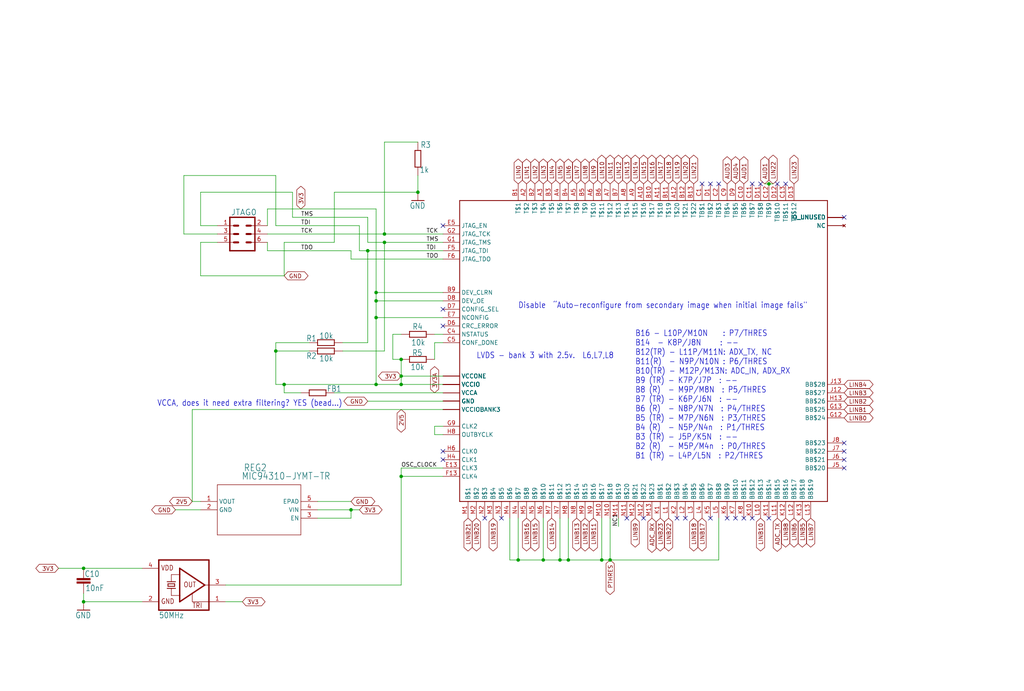
<source format=kicad_sch>
(kicad_sch (version 20231120) (generator "eeschema") (generator_version "8.0")
  (paper "User" 311.226 210.007)
  (lib_symbols
    (symbol "pokeymax4-eagle-import:ASE"
      (symbol "ASE_1_0"
        (polyline (pts (xy -7.62 7.62) (xy -7.62 -7.62)) (stroke (width 0.4064)))
        (polyline (pts (xy -7.62 7.62) (xy 7.62 7.62)) (stroke (width 0.4064)))
        (polyline (pts (xy -5.08 -1.016) (xy -3.81 -1.016)) (stroke (width 0.254)))
        (polyline (pts (xy -5.08 1.016) (xy -2.54 1.016)) (stroke (width 0.254)))
        (polyline (pts (xy -4.826 -0.381) (xy -4.826 0.381)) (stroke (width 0.254)))
        (polyline (pts (xy -4.826 -0.381) (xy -2.794 -0.381)) (stroke (width 0.254)))
        (polyline (pts (xy -4.826 0.381) (xy -2.794 0.381)) (stroke (width 0.254)))
        (polyline (pts (xy -3.81 -3.175) (xy -3.81 -1.016)) (stroke (width 0.1524)))
        (polyline (pts (xy -3.81 -3.175) (xy -1.27 -3.175)) (stroke (width 0.1524)))
        (polyline (pts (xy -3.81 -1.016) (xy -2.54 -1.016)) (stroke (width 0.254)))
        (polyline (pts (xy -3.81 1.016) (xy -3.81 3.175)) (stroke (width 0.1524)))
        (polyline (pts (xy -3.81 3.175) (xy -1.27 3.175)) (stroke (width 0.1524)))
        (polyline (pts (xy -2.794 0.381) (xy -2.794 -0.381)) (stroke (width 0.254)))
        (polyline (pts (xy -1.27 -5.08) (xy -1.27 -3.175)) (stroke (width 0.4064)))
        (polyline (pts (xy -1.27 -3.175) (xy -1.27 3.175)) (stroke (width 0.4064)))
        (polyline (pts (xy -1.27 3.175) (xy -1.27 5.08)) (stroke (width 0.4064)))
        (polyline (pts (xy -1.27 5.08) (xy 6.35 0)) (stroke (width 0.4064)))
        (polyline (pts (xy 2.54 -5.08) (xy 2.54 -2.54)) (stroke (width 0.1524)))
        (polyline (pts (xy 2.54 -2.54) (xy -1.27 -5.08)) (stroke (width 0.4064)))
        (polyline (pts (xy 6.35 0) (xy 2.54 -2.54)) (stroke (width 0.4064)))
        (polyline (pts (xy 6.35 0) (xy 7.62 0)) (stroke (width 0.1524)))
        (polyline (pts (xy 7.62 -7.62) (xy -7.62 -7.62)) (stroke (width 0.4064)))
        (polyline (pts (xy 7.62 -7.62) (xy 7.62 -5.08)) (stroke (width 0.4064)))
        (polyline (pts (xy 7.62 -5.08) (xy 2.54 -5.08)) (stroke (width 0.1524)))
        (polyline (pts (xy 7.62 -5.08) (xy 7.62 0)) (stroke (width 0.4064)))
        (polyline (pts (xy 7.62 0) (xy 7.62 7.62)) (stroke (width 0.4064)))
        (text "GND" (at -6.985 -5.842 0) (effects (font (size 1.524 1.2954)) (justify left bottom)))
        (text "OUT" (at -0.127 -0.762 0) (effects (font (size 1.524 1.2954)) (justify left bottom)))
        (text "TRI" (at 2.54 -7.112 0) (effects (font (size 1.524 1.2954)) (justify left bottom)))
        (text "VDD" (at -6.985 4.318 0) (effects (font (size 1.524 1.2954)) (justify left bottom)))
        (pin input line (at 12.7 -5.08 180) (length 5.08) (name "TRI") (number "1"))
        (pin power_in line (at -12.7 -5.08 0) (length 5.08) (name "GND") (number "2"))
        (pin output line (at 12.7 0 180) (length 5.08) (name "OUT") (number "3"))
        (pin power_in line (at -12.7 5.08 0) (length 5.08) (name "VDD") (number "4"))
      )
    )
    (symbol "pokeymax4-eagle-import:C-EUC0402"
      (property "Reference" "C" (at 1.524 0.381 0))
      (symbol "C-EUC0402_1_0"
        (rectangle (start -2.032 -2.032) (end 2.032 -1.524) (fill (type outline)))
        (rectangle (start -2.032 -1.016) (end 2.032 -0.508) (fill (type outline)))
        (polyline (pts (xy 0 -2.54) (xy 0 -2.032)) (stroke (width 0.1524)))
        (polyline (pts (xy 0 0) (xy 0 -0.508)) (stroke (width 0.1524)))
        (pin passive line (at 0 2.54 270) (length 2.54) (name "1") (number "1"))
        (pin passive line (at 0 -5.08 90) (length 2.54) (name "2") (number "2"))
      )
    )
    (symbol "pokeymax4-eagle-import:CONN_03X2LOCK"
      (property "Reference" "J" (at -3.556 5.588 0))
      (symbol "CONN_03X2LOCK_1_0"
        (polyline (pts (xy -3.81 5.08) (xy -3.81 -5.08)) (stroke (width 0.4064)))
        (polyline (pts (xy -3.81 5.08) (xy 3.81 5.08)) (stroke (width 0.4064)))
        (polyline (pts (xy -1.27 -2.54) (xy -2.54 -2.54)) (stroke (width 0.6096)))
        (polyline (pts (xy -1.27 0) (xy -2.54 0)) (stroke (width 0.6096)))
        (polyline (pts (xy -1.27 2.54) (xy -2.54 2.54)) (stroke (width 0.6096)))
        (polyline (pts (xy 1.27 -2.54) (xy 2.54 -2.54)) (stroke (width 0.6096)))
        (polyline (pts (xy 1.27 0) (xy 2.54 0)) (stroke (width 0.6096)))
        (polyline (pts (xy 1.27 2.54) (xy 2.54 2.54)) (stroke (width 0.6096)))
        (polyline (pts (xy 3.81 -5.08) (xy -3.81 -5.08)) (stroke (width 0.4064)))
        (polyline (pts (xy 3.81 -5.08) (xy 3.81 5.08)) (stroke (width 0.4064)))
        (pin bidirectional line (at -7.62 2.54 0) (length 5.08) (name "1") (number "1"))
        (pin bidirectional line (at 7.62 2.54 180) (length 5.08) (name "2") (number "2"))
        (pin bidirectional line (at -7.62 0 0) (length 5.08) (name "3") (number "3"))
        (pin bidirectional line (at 7.62 0 180) (length 5.08) (name "4") (number "4"))
        (pin bidirectional line (at -7.62 -2.54 0) (length 5.08) (name "5") (number "5"))
        (pin bidirectional line (at 7.62 -2.54 180) (length 5.08) (name "6") (number "6"))
      )
    )
    (symbol "pokeymax4-eagle-import:GND" (power)
      (symbol "GND_1_0"
        (polyline (pts (xy -1.905 0) (xy 1.905 0)) (stroke (width 0.254)))
        (pin power_in line (at 0 2.54 270) (length 2.54) (name "GND") (number "1"))
      )
    )
    (symbol "pokeymax4-eagle-import:MAX10"
      (symbol "MAX10_1_0"
        (polyline (pts (xy -68.58 -53.34) (xy -68.58 38.1)) (stroke (width 0.254)))
        (polyline (pts (xy -68.58 38.1) (xy 43.18 38.1)) (stroke (width 0.254)))
        (polyline (pts (xy 43.18 -53.34) (xy -68.58 -53.34)) (stroke (width 0.254)))
        (polyline (pts (xy 43.18 38.1) (xy 43.18 -53.34)) (stroke (width 0.254)))
        (pin power_in line (at -73.66 -22.86 0) (length 5.08) (name "GND") (number "A1"))
        (pin bidirectional line (at -12.7 43.18 270) (length 5.08) (name "T$16") (number "A10"))
        (pin bidirectional line (at -7.62 43.18 270) (length 5.08) (name "T$18") (number "A11"))
        (pin bidirectional line (at -2.54 43.18 270) (length 5.08) (name "T$20") (number "A12"))
        (pin power_in line (at -73.66 -22.86 0) (length 5.08) (name "GND") (number "A13"))
        (pin bidirectional line (at -48.26 43.18 270) (length 5.08) (name "T$2") (number "A2"))
        (pin bidirectional line (at -43.18 43.18 270) (length 5.08) (name "T$4") (number "A3"))
        (pin bidirectional line (at -38.1 43.18 270) (length 5.08) (name "T$6") (number "A4"))
        (pin bidirectional line (at -33.02 43.18 270) (length 5.08) (name "T$8") (number "A5"))
        (pin bidirectional line (at -27.94 43.18 270) (length 5.08) (name "T$10") (number "A6"))
        (pin bidirectional line (at -22.86 43.18 270) (length 5.08) (name "T$12") (number "A7"))
        (pin bidirectional line (at -17.78 43.18 270) (length 5.08) (name "T$14") (number "A8"))
        (pin bidirectional line (at -15.24 43.18 270) (length 5.08) (name "T$15") (number "A9"))
        (pin bidirectional line (at -50.8 43.18 270) (length 5.08) (name "T$1") (number "B1"))
        (pin bidirectional line (at -10.16 43.18 270) (length 5.08) (name "T$17") (number "B10"))
        (pin bidirectional line (at -5.08 43.18 270) (length 5.08) (name "T$19") (number "B11"))
        (pin bidirectional line (at 0 43.18 270) (length 5.08) (name "T$21") (number "B12"))
        (pin bidirectional line (at 2.54 43.18 270) (length 5.08) (name "T$22") (number "B13"))
        (pin bidirectional line (at -45.72 43.18 270) (length 5.08) (name "T$3") (number "B2"))
        (pin bidirectional line (at -40.64 43.18 270) (length 5.08) (name "T$5") (number "B3"))
        (pin bidirectional line (at -35.56 43.18 270) (length 5.08) (name "T$7") (number "B4"))
        (pin bidirectional line (at -30.48 43.18 270) (length 5.08) (name "T$9") (number "B5"))
        (pin bidirectional line (at -25.4 43.18 270) (length 5.08) (name "T$11") (number "B6"))
        (pin bidirectional line (at -20.32 43.18 270) (length 5.08) (name "T$13") (number "B7"))
        (pin power_in line (at -73.66 -22.86 0) (length 5.08) (name "GND") (number "B8"))
        (pin bidirectional line (at -73.66 10.16 0) (length 5.08) (name "DEV_CLRN") (number "B9"))
        (pin bidirectional line (at 5.08 43.18 270) (length 5.08) (name "TB$1") (number "C1"))
        (pin bidirectional line (at 17.78 43.18 270) (length 5.08) (name "TB$6") (number "C10"))
        (pin bidirectional line (at 20.32 43.18 270) (length 5.08) (name "TB$7") (number "C11"))
        (pin bidirectional line (at 25.4 43.18 270) (length 5.08) (name "TB$9") (number "C12"))
        (pin bidirectional line (at 30.48 43.18 270) (length 5.08) (name "TB$11") (number "C13"))
        (pin bidirectional line (at 10.16 43.18 270) (length 5.08) (name "TB$3") (number "C2"))
        (pin power_in line (at -73.66 -22.86 0) (length 5.08) (name "GND") (number "C3"))
        (pin bidirectional line (at -73.66 -2.54 0) (length 5.08) (name "NSTATUS") (number "C4"))
        (pin bidirectional line (at -73.66 -5.08 0) (length 5.08) (name "CONF_DONE") (number "C5"))
        (pin power_in line (at -73.66 -17.78 0) (length 5.08) (name "VCCIO") (number "C6"))
        (pin power_in line (at -73.66 -17.78 0) (length 5.08) (name "VCCIO") (number "C7"))
        (pin power_in line (at -73.66 -17.78 0) (length 5.08) (name "VCCIO") (number "C8"))
        (pin bidirectional line (at 12.7 43.18 270) (length 5.08) (name "TB$4") (number "C9"))
        (pin bidirectional line (at 7.62 43.18 270) (length 5.08) (name "TB$2") (number "D1"))
        (pin power_in line (at -73.66 -20.32 0) (length 5.08) (name "VCCA") (number "D10"))
        (pin bidirectional line (at 22.86 43.18 270) (length 5.08) (name "TB$8") (number "D11"))
        (pin bidirectional line (at 27.94 43.18 270) (length 5.08) (name "TB$10") (number "D12"))
        (pin bidirectional line (at 33.02 43.18 270) (length 5.08) (name "TB$12") (number "D13"))
        (pin no_connect line (at 48.26 30.48 180) (length 5.08) (name "NC") (number "D2"))
        (pin no_connect line (at 48.26 30.48 180) (length 5.08) (name "NC") (number "D3"))
        (pin power_in line (at -73.66 -20.32 0) (length 5.08) (name "VCCA") (number "D4"))
        (pin power_in line (at -73.66 -22.86 0) (length 5.08) (name "GND") (number "D5"))
        (pin bidirectional line (at -73.66 0 0) (length 5.08) (name "CRC_ERROR") (number "D6"))
        (pin bidirectional line (at -73.66 5.08 0) (length 5.08) (name "CONFIG_SEL") (number "D7"))
        (pin bidirectional line (at -73.66 7.62 0) (length 5.08) (name "DEV_OE") (number "D8"))
        (pin bidirectional line (at 15.24 43.18 270) (length 5.08) (name "TB$5") (number "D9"))
        (pin bidirectional line (at 48.26 33.02 180) (length 5.08) (name "IO_UNUSED") (number "E1"))
        (pin bidirectional line (at 48.26 33.02 180) (length 5.08) (name "IO_UNUSED") (number "E10"))
        (pin power_in line (at -73.66 -22.86 0) (length 5.08) (name "GND") (number "E11"))
        (pin bidirectional line (at 48.26 33.02 180) (length 5.08) (name "IO_UNUSED") (number "E12"))
        (pin bidirectional line (at -73.66 -43.18 0) (length 5.08) (name "CLK3") (number "E13"))
        (pin no_connect line (at 48.26 30.48 180) (length 5.08) (name "NC") (number "E2"))
        (pin bidirectional line (at 48.26 33.02 180) (length 5.08) (name "IO_UNUSED") (number "E3"))
        (pin bidirectional line (at 48.26 33.02 180) (length 5.08) (name "IO_UNUSED") (number "E4"))
        (pin bidirectional line (at -73.66 30.48 0) (length 5.08) (name "JTAG_EN") (number "E5"))
        (pin bidirectional line (at 48.26 33.02 180) (length 5.08) (name "IO_UNUSED") (number "E6"))
        (pin bidirectional line (at -73.66 2.54 0) (length 5.08) (name "NCONFIG") (number "E7"))
        (pin bidirectional line (at 48.26 33.02 180) (length 5.08) (name "IO_UNUSED") (number "E8"))
        (pin bidirectional line (at 48.26 33.02 180) (length 5.08) (name "IO_UNUSED") (number "E9"))
        (pin bidirectional line (at 48.26 33.02 180) (length 5.08) (name "IO_UNUSED") (number "F1"))
        (pin bidirectional line (at 48.26 33.02 180) (length 5.08) (name "IO_UNUSED") (number "F10"))
        (pin power_in line (at -73.66 -17.78 0) (length 5.08) (name "VCCIO") (number "F11"))
        (pin bidirectional line (at 48.26 33.02 180) (length 5.08) (name "IO_UNUSED") (number "F12"))
        (pin bidirectional line (at -73.66 -45.72 0) (length 5.08) (name "CLK4") (number "F13"))
        (pin power_in line (at -73.66 -17.78 0) (length 5.08) (name "VCCIO") (number "F2"))
        (pin power_in line (at -73.66 -22.86 0) (length 5.08) (name "GND") (number "F3"))
        (pin bidirectional line (at 48.26 33.02 180) (length 5.08) (name "IO_UNUSED") (number "F4"))
        (pin bidirectional line (at -73.66 22.86 0) (length 5.08) (name "JTAG_TDI") (number "F5"))
        (pin bidirectional line (at -73.66 20.32 0) (length 5.08) (name "JTAG_TDO") (number "F6"))
        (pin power_in line (at -73.66 -15.24 0) (length 5.08) (name "VCCONE") (number "F7"))
        (pin bidirectional line (at 48.26 33.02 180) (length 5.08) (name "IO_UNUSED") (number "F8"))
        (pin bidirectional line (at 48.26 33.02 180) (length 5.08) (name "IO_UNUSED") (number "F9"))
        (pin bidirectional line (at -73.66 25.4 0) (length 5.08) (name "JTAG_TMS") (number "G1"))
        (pin bidirectional line (at 48.26 33.02 180) (length 5.08) (name "IO_UNUSED") (number "G10"))
        (pin power_in line (at -73.66 -17.78 0) (length 5.08) (name "VCCIO") (number "G11"))
        (pin bidirectional line (at 48.26 -27.94 180) (length 5.08) (name "BB$24") (number "G12"))
        (pin bidirectional line (at 48.26 -25.4 180) (length 5.08) (name "BB$25") (number "G13"))
        (pin bidirectional line (at -73.66 27.94 0) (length 5.08) (name "JTAG_TCK") (number "G2"))
        (pin power_in line (at -73.66 -17.78 0) (length 5.08) (name "VCCIO") (number "G3"))
        (pin bidirectional line (at 48.26 33.02 180) (length 5.08) (name "IO_UNUSED") (number "G4"))
        (pin bidirectional line (at 48.26 33.02 180) (length 5.08) (name "IO_UNUSED") (number "G5"))
        (pin power_in line (at -73.66 -15.24 0) (length 5.08) (name "VCCONE") (number "G6"))
        (pin power_in line (at -73.66 -22.86 0) (length 5.08) (name "GND") (number "G7"))
        (pin power_in line (at -73.66 -15.24 0) (length 5.08) (name "VCCONE") (number "G8"))
        (pin bidirectional line (at -73.66 -30.48 0) (length 5.08) (name "CLK2") (number "G9"))
        (pin bidirectional line (at 48.26 33.02 180) (length 5.08) (name "IO_UNUSED") (number "H1"))
        (pin bidirectional line (at 48.26 33.02 180) (length 5.08) (name "IO_UNUSED") (number "H10"))
        (pin power_in line (at -73.66 -17.78 0) (length 5.08) (name "VCCIO") (number "H11"))
        (pin power_in line (at -73.66 -22.86 0) (length 5.08) (name "GND") (number "H12"))
        (pin bidirectional line (at 48.26 -22.86 180) (length 5.08) (name "BB$26") (number "H13"))
        (pin bidirectional line (at 48.26 33.02 180) (length 5.08) (name "IO_UNUSED") (number "H2"))
        (pin bidirectional line (at 48.26 33.02 180) (length 5.08) (name "IO_UNUSED") (number "H3"))
        (pin bidirectional line (at -73.66 -40.64 0) (length 5.08) (name "CLK1") (number "H4"))
        (pin bidirectional line (at 48.26 33.02 180) (length 5.08) (name "IO_UNUSED") (number "H5"))
        (pin bidirectional line (at -73.66 -38.1 0) (length 5.08) (name "CLK0") (number "H6"))
        (pin power_in line (at -73.66 -15.24 0) (length 5.08) (name "VCCONE") (number "H7"))
        (pin bidirectional line (at -73.66 -33.02 0) (length 5.08) (name "OUTBYCLK") (number "H8"))
        (pin bidirectional line (at 48.26 33.02 180) (length 5.08) (name "IO_UNUSED") (number "H9"))
        (pin bidirectional line (at 48.26 33.02 180) (length 5.08) (name "IO_UNUSED") (number "J1"))
        (pin bidirectional line (at 48.26 33.02 180) (length 5.08) (name "IO_UNUSED") (number "J10"))
        (pin power_in line (at -73.66 -17.78 0) (length 5.08) (name "VCCIO") (number "J11"))
        (pin bidirectional line (at 48.26 -20.32 180) (length 5.08) (name "BB$27") (number "J12"))
        (pin bidirectional line (at 48.26 -17.78 180) (length 5.08) (name "BB$28") (number "J13"))
        (pin bidirectional line (at 48.26 33.02 180) (length 5.08) (name "IO_UNUSED") (number "J2"))
        (pin power_in line (at -73.66 -17.78 0) (length 5.08) (name "VCCIO") (number "J3"))
        (pin power_in line (at -73.66 -22.86 0) (length 5.08) (name "GND") (number "J4"))
        (pin bidirectional line (at 48.26 -43.18 180) (length 5.08) (name "BB$20") (number "J5"))
        (pin bidirectional line (at 48.26 -40.64 180) (length 5.08) (name "BB$21") (number "J6"))
        (pin bidirectional line (at 48.26 -38.1 180) (length 5.08) (name "BB$22") (number "J7"))
        (pin bidirectional line (at 48.26 -35.56 180) (length 5.08) (name "BB$23") (number "J8"))
        (pin bidirectional line (at 48.26 33.02 180) (length 5.08) (name "IO_UNUSED") (number "J9"))
        (pin bidirectional line (at -7.62 -58.42 90) (length 5.08) (name "BB$1") (number "K1"))
        (pin bidirectional line (at 20.32 -58.42 90) (length 5.08) (name "BB$12") (number "K10"))
        (pin bidirectional line (at 25.4 -58.42 90) (length 5.08) (name "BB$14") (number "K11"))
        (pin bidirectional line (at 30.48 -58.42 90) (length 5.08) (name "BB$16") (number "K12"))
        (pin bidirectional line (at 35.56 -58.42 90) (length 5.08) (name "BB$18") (number "K13"))
        (pin bidirectional line (at -2.54 -58.42 90) (length 5.08) (name "BB$3") (number "K2"))
        (pin power_in line (at -73.66 -17.78 0) (length 5.08) (name "VCCIO") (number "K3"))
        (pin power_in line (at -73.66 -20.32 0) (length 5.08) (name "VCCA") (number "K4"))
        (pin bidirectional line (at 7.62 -58.42 90) (length 5.08) (name "BB$7") (number "K5"))
        (pin bidirectional line (at 12.7 -58.42 90) (length 5.08) (name "BB$9") (number "K6"))
        (pin bidirectional line (at 15.24 -58.42 90) (length 5.08) (name "BB$10") (number "K7"))
        (pin bidirectional line (at 17.78 -58.42 90) (length 5.08) (name "BB$11") (number "K8"))
        (pin power_in line (at -73.66 -20.32 0) (length 5.08) (name "VCCA") (number "K9"))
        (pin bidirectional line (at -5.08 -58.42 90) (length 5.08) (name "BB$2") (number "L1"))
        (pin bidirectional line (at 22.86 -58.42 90) (length 5.08) (name "BB$13") (number "L10"))
        (pin bidirectional line (at 27.94 -58.42 90) (length 5.08) (name "BB$15") (number "L11"))
        (pin bidirectional line (at 33.02 -58.42 90) (length 5.08) (name "BB$17") (number "L12"))
        (pin bidirectional line (at 38.1 -58.42 90) (length 5.08) (name "BB$19") (number "L13"))
        (pin bidirectional line (at 0 -58.42 90) (length 5.08) (name "BB$4") (number "L2"))
        (pin bidirectional line (at 2.54 -58.42 90) (length 5.08) (name "BB$5") (number "L3"))
        (pin bidirectional line (at 5.08 -58.42 90) (length 5.08) (name "BB$6") (number "L4"))
        (pin bidirectional line (at 10.16 -58.42 90) (length 5.08) (name "BB$8") (number "L5"))
        (pin power_in line (at -73.66 -25.4 0) (length 5.08) (name "VCCIOBANK3") (number "L6"))
        (pin power_in line (at -73.66 -25.4 0) (length 5.08) (name "VCCIOBANK3") (number "L7"))
        (pin power_in line (at -73.66 -25.4 0) (length 5.08) (name "VCCIOBANK3") (number "L8"))
        (pin power_in line (at -73.66 -22.86 0) (length 5.08) (name "GND") (number "L9"))
        (pin bidirectional line (at -66.04 -58.42 90) (length 5.08) (name "B$1") (number "M1"))
        (pin bidirectional line (at -25.4 -58.42 90) (length 5.08) (name "B$17") (number "M10"))
        (pin bidirectional line (at -20.32 -58.42 90) (length 5.08) (name "B$19") (number "M11"))
        (pin bidirectional line (at -15.24 -58.42 90) (length 5.08) (name "B$21") (number "M12"))
        (pin bidirectional line (at -10.16 -58.42 90) (length 5.08) (name "B$23") (number "M13"))
        (pin bidirectional line (at -63.5 -58.42 90) (length 5.08) (name "B$2") (number "M2"))
        (pin bidirectional line (at -58.42 -58.42 90) (length 5.08) (name "B$4") (number "M3"))
        (pin bidirectional line (at -53.34 -58.42 90) (length 5.08) (name "B$6") (number "M4"))
        (pin bidirectional line (at -48.26 -58.42 90) (length 5.08) (name "B$8") (number "M5"))
        (pin power_in line (at -73.66 -22.86 0) (length 5.08) (name "GND") (number "M6"))
        (pin bidirectional line (at -40.64 -58.42 90) (length 5.08) (name "B$11") (number "M7"))
        (pin bidirectional line (at -35.56 -58.42 90) (length 5.08) (name "B$13") (number "M8"))
        (pin bidirectional line (at -30.48 -58.42 90) (length 5.08) (name "B$15") (number "M9"))
        (pin power_in line (at -73.66 -22.86 0) (length 5.08) (name "GND") (number "N1"))
        (pin bidirectional line (at -22.86 -58.42 90) (length 5.08) (name "B$18") (number "N10"))
        (pin bidirectional line (at -17.78 -58.42 90) (length 5.08) (name "B$20") (number "N11"))
        (pin bidirectional line (at -12.7 -58.42 90) (length 5.08) (name "B$22") (number "N12"))
        (pin power_in line (at -73.66 -22.86 0) (length 5.08) (name "GND") (number "N13"))
        (pin bidirectional line (at -60.96 -58.42 90) (length 5.08) (name "B$3") (number "N2"))
        (pin bidirectional line (at -55.88 -58.42 90) (length 5.08) (name "B$5") (number "N3"))
        (pin bidirectional line (at -50.8 -58.42 90) (length 5.08) (name "B$7") (number "N4"))
        (pin bidirectional line (at -45.72 -58.42 90) (length 5.08) (name "B$9") (number "N5"))
        (pin bidirectional line (at -43.18 -58.42 90) (length 5.08) (name "B$10") (number "N6"))
        (pin bidirectional line (at -38.1 -58.42 90) (length 5.08) (name "B$12") (number "N7"))
        (pin bidirectional line (at -33.02 -58.42 90) (length 5.08) (name "B$14") (number "N8"))
        (pin bidirectional line (at -27.94 -58.42 90) (length 5.08) (name "B$16") (number "N9"))
      )
    )
    (symbol "pokeymax4-eagle-import:MIC94310-JYMT-TR"
      (property "Reference" "U" (at 15.5956 9.1186 0))
      (symbol "MIC94310-JYMT-TR_1_0"
        (polyline (pts (xy 7.62 -10.16) (xy 33.02 -10.16)) (stroke (width 0.1524)))
        (polyline (pts (xy 7.62 5.08) (xy 7.62 -10.16)) (stroke (width 0.1524)))
        (polyline (pts (xy 33.02 -10.16) (xy 33.02 5.08)) (stroke (width 0.1524)))
        (polyline (pts (xy 33.02 5.08) (xy 7.62 5.08)) (stroke (width 0.1524)))
        (pin output line (at 2.54 0 0) (length 5.08) (name "VOUT") (number "1"))
        (pin power_in line (at 2.54 -2.54 0) (length 5.08) (name "GND") (number "2"))
        (pin input line (at 38.1 -5.08 180) (length 5.08) (name "EN") (number "3"))
        (pin input line (at 38.1 -2.54 180) (length 5.08) (name "VIN") (number "4"))
        (pin passive line (at 38.1 0 180) (length 5.08) (name "EPAD") (number "5"))
      )
    )
    (symbol "pokeymax4-eagle-import:R-EU_R0402"
      (property "Reference" "R" (at -3.81 1.4986 0))
      (symbol "R-EU_R0402_1_0"
        (polyline (pts (xy -2.54 -0.889) (xy -2.54 0.889)) (stroke (width 0.254)))
        (polyline (pts (xy -2.54 -0.889) (xy 2.54 -0.889)) (stroke (width 0.254)))
        (polyline (pts (xy 2.54 -0.889) (xy 2.54 0.889)) (stroke (width 0.254)))
        (polyline (pts (xy 2.54 0.889) (xy -2.54 0.889)) (stroke (width 0.254)))
        (pin passive line (at -5.08 0 0) (length 2.54) (name "1") (number "1"))
        (pin passive line (at 5.08 0 180) (length 2.54) (name "2") (number "2"))
      )
    )
  )
  (junction (at 121.92 116.84))
  (junction (at 185.42 170.18))
  (junction (at 114.3 91.44))
  (junction (at 83.82 106.68))
  (junction (at 121.92 114.3))
  (junction (at 114.3 96.52))
  (junction (at 114.3 116.84))
  (junction (at 233.68 55.88))
  (junction (at 157.48 170.18))
  (junction (at 165.1 170.18))
  (junction (at 116.84 71.12))
  (junction (at 127 58.42))
  (junction (at 25.4 172.72))
  (junction (at 121.92 144.78))
  (junction (at 86.36 116.84))
  (junction (at 114.3 88.9))
  (junction (at 116.84 73.66))
  (junction (at 172.72 170.18))
  (junction (at 111.76 76.2))
  (junction (at 106.68 154.94))
  (junction (at 170.18 170.18))
  (junction (at 121.92 109.22))
  (junction (at 182.88 170.18))
  (junction (at 25.4 182.88))
  (no_connect (at 256.54 142.24))
  (no_connect (at 213.36 55.88))
  (no_connect (at 215.9 157.48))
  (no_connect (at 147.32 157.48))
  (no_connect (at 220.98 157.48))
  (no_connect (at 256.54 139.7))
  (no_connect (at 218.44 55.88))
  (no_connect (at 233.68 157.48))
  (no_connect (at 256.54 66.04))
  (no_connect (at 231.14 55.88))
  (no_connect (at 208.28 157.48))
  (no_connect (at 228.6 157.48))
  (no_connect (at 134.62 93.98))
  (no_connect (at 256.54 137.16))
  (no_connect (at 134.62 137.16))
  (no_connect (at 226.06 157.48))
  (no_connect (at 195.58 157.48))
  (no_connect (at 134.62 68.58))
  (no_connect (at 223.52 157.48))
  (no_connect (at 152.4 157.48))
  (no_connect (at 134.62 99.06))
  (no_connect (at 190.5 157.48))
  (no_connect (at 215.9 55.88))
  (no_connect (at 238.76 55.88))
  (no_connect (at 256.54 134.62))
  (no_connect (at 134.62 139.7))
  (no_connect (at 228.6 55.88))
  (no_connect (at 236.22 55.88))
  (no_connect (at 205.74 157.48))
  (wire (pts (xy 157.48 157.48) (xy 157.48 170.18)) (stroke (width 0.1524)))
  (wire (pts (xy 86.36 116.84) (xy 83.82 116.84)) (stroke (width 0.1524)))
  (wire (pts (xy 88.9 58.42) (xy 60.96 58.42)) (stroke (width 0.1524)))
  (wire (pts (xy 116.84 73.66) (xy 134.62 73.66)) (stroke (width 0.1524)))
  (wire (pts (xy 91.44 119.38) (xy 86.36 119.38)) (stroke (width 0.1524)))
  (wire (pts (xy 55.88 71.12) (xy 66.04 71.12)) (stroke (width 0.1524)))
  (wire (pts (xy 111.76 66.04) (xy 111.76 73.66)) (stroke (width 0.1524)))
  (wire (pts (xy 134.62 76.2) (xy 111.76 76.2)) (stroke (width 0.1524)))
  (wire (pts (xy 233.68 55.88) (xy 234.95 55.88)))
  (wire (pts (xy 114.3 88.9) (xy 114.3 63.5)) (stroke (width 0.1524)))
  (wire (pts (xy 58.42 124.46) (xy 58.42 152.4)) (stroke (width 0.1524)))
  (wire (pts (xy 182.88 170.18) (xy 172.72 170.18)) (stroke (width 0.1524)))
  (wire (pts (xy 81.28 71.12) (xy 116.84 71.12)) (stroke (width 0.1524)))
  (wire (pts (xy 60.96 58.42) (xy 60.96 68.58)) (stroke (width 0.1524)))
  (wire (pts (xy 132.08 104.14) (xy 132.08 109.22)) (stroke (width 0.1524)))
  (wire (pts (xy 114.3 96.52) (xy 114.3 91.44)) (stroke (width 0.1524)))
  (wire (pts (xy 134.62 142.24) (xy 121.92 142.24)) (stroke (width 0.1524)))
  (wire (pts (xy 233.68 55.88) (xy 232.41 55.88)))
  (wire (pts (xy 25.4 172.72) (xy 17.78 172.72)) (stroke (width 0.1524)))
  (wire (pts (xy 83.82 68.58) (xy 109.22 68.58)) (stroke (width 0.1524)))
  (wire (pts (xy 111.76 104.14) (xy 111.76 76.2)) (stroke (width 0.1524)))
  (wire (pts (xy 96.52 157.48) (xy 106.68 157.48)) (stroke (width 0.1524)))
  (wire (pts (xy 55.88 53.34) (xy 55.88 71.12)) (stroke (width 0.1524)))
  (wire (pts (xy 182.88 170.18) (xy 185.42 170.18)) (stroke (width 0.1524)))
  (wire (pts (xy 121.92 114.3) (xy 121.92 109.22)) (stroke (width 0.1524)))
  (wire (pts (xy 66.04 73.66) (xy 60.96 73.66)) (stroke (width 0.1524)))
  (wire (pts (xy 134.62 104.14) (xy 132.08 104.14)) (stroke (width 0.1524)))
  (wire (pts (xy 121.92 116.84) (xy 114.3 116.84)) (stroke (width 0.1524)))
  (wire (pts (xy 116.84 71.12) (xy 116.84 43.18)) (stroke (width 0.1524)))
  (wire (pts (xy 86.36 83.82) (xy 86.36 73.66)) (stroke (width 0.1524)))
  (wire (pts (xy 116.84 106.68) (xy 104.14 106.68)) (stroke (width 0.1524)))
  (wire (pts (xy 83.82 106.68) (xy 93.98 106.68)) (stroke (width 0.1524)))
  (wire (pts (xy 83.82 116.84) (xy 83.82 106.68)) (stroke (width 0.1524)))
  (wire (pts (xy 106.68 157.48) (xy 106.68 154.94)) (stroke (width 0.1524)))
  (wire (pts (xy 68.58 182.88) (xy 73.66 182.88)) (stroke (width 0.1524)))
  (wire (pts (xy 132.08 132.08) (xy 134.62 132.08)) (stroke (width 0.1524)))
  (wire (pts (xy 86.36 119.38) (xy 86.36 116.84)) (stroke (width 0.1524)))
  (wire (pts (xy 119.38 101.6) (xy 121.92 101.6)) (stroke (width 0.1524)))
  (wire (pts (xy 109.22 68.58) (xy 109.22 76.2)) (stroke (width 0.1524)))
  (wire (pts (xy 106.68 154.94) (xy 109.22 154.94)) (stroke (width 0.1524)))
  (wire (pts (xy 132.08 129.54) (xy 132.08 132.08)) (stroke (width 0.1524)))
  (wire (pts (xy 53.34 154.94) (xy 60.96 154.94)) (stroke (width 0.1524)))
  (wire (pts (xy 157.48 170.18) (xy 154.94 170.18)) (stroke (width 0.1524)))
  (wire (pts (xy 170.18 170.18) (xy 165.1 170.18)) (stroke (width 0.1524)))
  (wire (pts (xy 81.28 76.2) (xy 106.68 76.2)) (stroke (width 0.1524)))
  (wire (pts (xy 134.62 96.52) (xy 114.3 96.52)) (stroke (width 0.1524)))
  (wire (pts (xy 86.36 73.66) (xy 101.6 73.66)) (stroke (width 0.1524)))
  (wire (pts (xy 88.9 66.04) (xy 111.76 66.04)) (stroke (width 0.1524)))
  (wire (pts (xy 121.92 144.78) (xy 121.92 142.24)) (stroke (width 0.1524)))
  (wire (pts (xy 134.62 88.9) (xy 114.3 88.9)) (stroke (width 0.1524)))
  (wire (pts (xy 83.82 104.14) (xy 83.82 106.68)) (stroke (width 0.1524)))
  (wire (pts (xy 43.18 172.72) (xy 25.4 172.72)) (stroke (width 0.1524)))
  (wire (pts (xy 116.84 73.66) (xy 111.76 73.66)) (stroke (width 0.1524)))
  (wire (pts (xy 88.9 66.04) (xy 88.9 58.42)) (stroke (width 0.1524)))
  (wire (pts (xy 121.92 177.8) (xy 121.92 144.78)) (stroke (width 0.1524)))
  (wire (pts (xy 114.3 63.5) (xy 81.28 63.5)) (stroke (width 0.1524)))
  (wire (pts (xy 121.92 114.3) (xy 121.92 116.84)) (stroke (width 0.1524)))
  (wire (pts (xy 218.44 170.18) (xy 185.42 170.18)) (stroke (width 0.1524)))
  (wire (pts (xy 111.76 76.2) (xy 109.22 76.2)) (stroke (width 0.1524)))
  (wire (pts (xy 111.76 104.14) (xy 104.14 104.14)) (stroke (width 0.1524)))
  (wire (pts (xy 111.76 121.92) (xy 134.62 121.92)) (stroke (width 0.1524)))
  (wire (pts (xy 127 58.42) (xy 127 53.34)) (stroke (width 0.1524)))
  (wire (pts (xy 119.38 109.22) (xy 119.38 101.6)) (stroke (width 0.1524)))
  (wire (pts (xy 134.62 124.46) (xy 58.42 124.46)) (stroke (width 0.1524)))
  (wire (pts (xy 81.28 68.58) (xy 81.28 63.5)) (stroke (width 0.1524)))
  (wire (pts (xy 96.52 152.4) (xy 106.68 152.4)) (stroke (width 0.1524)))
  (wire (pts (xy 172.72 157.48) (xy 172.72 170.18)) (stroke (width 0.1524)))
  (wire (pts (xy 106.68 76.2) (xy 106.68 78.74)) (stroke (width 0.1524)))
  (wire (pts (xy 114.3 116.84) (xy 86.36 116.84)) (stroke (width 0.1524)))
  (wire (pts (xy 60.96 73.66) (xy 60.96 83.82)) (stroke (width 0.1524)))
  (wire (pts (xy 68.58 177.8) (xy 121.92 177.8)) (stroke (width 0.1524)))
  (wire (pts (xy 43.18 182.88) (xy 25.4 182.88)) (stroke (width 0.1524)))
  (wire (pts (xy 83.82 68.58) (xy 83.82 53.34)) (stroke (width 0.1524)))
  (wire (pts (xy 182.88 157.48) (xy 182.88 170.18)) (stroke (width 0.1524)))
  (wire (pts (xy 134.62 129.54) (xy 132.08 129.54)) (stroke (width 0.1524)))
  (wire (pts (xy 134.62 78.74) (xy 106.68 78.74)) (stroke (width 0.1524)))
  (wire (pts (xy 116.84 106.68) (xy 116.84 73.66)) (stroke (width 0.1524)))
  (wire (pts (xy 134.62 101.6) (xy 132.08 101.6)) (stroke (width 0.1524)))
  (wire (pts (xy 114.3 116.84) (xy 114.3 96.52)) (stroke (width 0.1524)))
  (wire (pts (xy 58.42 152.4) (xy 60.96 152.4)) (stroke (width 0.1524)))
  (wire (pts (xy 218.44 157.48) (xy 218.44 170.18)) (stroke (width 0.1524)))
  (wire (pts (xy 165.1 170.18) (xy 157.48 170.18)) (stroke (width 0.1524)))
  (wire (pts (xy 93.98 104.14) (xy 83.82 104.14)) (stroke (width 0.1524)))
  (wire (pts (xy 121.92 109.22) (xy 119.38 109.22)) (stroke (width 0.1524)))
  (wire (pts (xy 187.96 157.48) (xy 187.96 160.02)) (stroke (width 0.1524)))
  (wire (pts (xy 96.52 154.94) (xy 106.68 154.94)) (stroke (width 0.1524)))
  (wire (pts (xy 101.6 73.66) (xy 101.6 58.42)) (stroke (width 0.1524)))
  (wire (pts (xy 134.62 144.78) (xy 121.92 144.78)) (stroke (width 0.1524)))
  (wire (pts (xy 116.84 43.18) (xy 127 43.18)) (stroke (width 0.1524)))
  (wire (pts (xy 101.6 58.42) (xy 127 58.42)) (stroke (width 0.1524)))
  (wire (pts (xy 81.28 76.2) (xy 81.28 73.66)) (stroke (width 0.1524)))
  (wire (pts (xy 185.42 157.48) (xy 185.42 170.18)) (stroke (width 0.1524)))
  (wire (pts (xy 172.72 170.18) (xy 170.18 170.18)) (stroke (width 0.1524)))
  (wire (pts (xy 25.4 182.88) (xy 25.4 180.34)) (stroke (width 0.1524)))
  (wire (pts (xy 154.94 170.18) (xy 154.94 157.48)) (stroke (width 0.1524)))
  (wire (pts (xy 165.1 157.48) (xy 165.1 170.18)) (stroke (width 0.1524)))
  (wire (pts (xy 170.18 157.48) (xy 170.18 170.18)) (stroke (width 0.1524)))
  (wire (pts (xy 134.62 91.44) (xy 114.3 91.44)) (stroke (width 0.1524)))
  (wire (pts (xy 134.62 71.12) (xy 116.84 71.12)) (stroke (width 0.1524)))
  (wire (pts (xy 60.96 83.82) (xy 86.36 83.82)) (stroke (width 0.1524)))
  (wire (pts (xy 134.62 114.3) (xy 121.92 114.3)) (stroke (width 0.1524)))
  (wire (pts (xy 134.62 119.38) (xy 101.6 119.38)) (stroke (width 0.1524)))
  (wire (pts (xy 114.3 91.44) (xy 114.3 88.9)) (stroke (width 0.1524)))
  (wire (pts (xy 121.92 116.84) (xy 134.62 116.84)) (stroke (width 0.1524)))
  (wire (pts (xy 83.82 53.34) (xy 55.88 53.34)) (stroke (width 0.1524)))
  (wire (pts (xy 60.96 68.58) (xy 66.04 68.58)) (stroke (width 0.1524)))
  (text "Disable  “Auto-reconfigure from secondary image when initial image fails\"" (at 157.48 93.98 0) (effects (font (size 1.778 1.5113)) (justify left bottom)))
  (text "B16 - L10P/M10N    : P7/THRES\nB14  - K8P/J8N     : --\nB12(TR) - L11P/M11N: ADX_TX, NC\nB11(R)  - N9P/N10N : P6/THRES\nB10(TR) - M12P/M13N: ADC_IN, ADX_RX\nB9 (TR) - K7P/J7P  : --\nB8 (R)  - M9P/M8N  : P5/THRES\nB7 (TR) - K6P/J6N  : --\nB6 (R)  - N8P/N7N  : P4/THRES\nB5 (TR) - M7P/N6N  : P3/THRES\nB4 (R)  - N5P/N4n  : P1/THRES\nB3 (TR) - J5P/K5N  : --\nB2 (R)  - M5P/M4n  : P0/THRES\nB1 (TR) - L4P/L5N  : P2/THRES" (at 193.04 139.7 0) (effects (font (size 1.778 1.5113)) (justify left bottom)))
  (text "LVDS - bank 3 with 2.5v.  L6,L7,L8" (at 144.78 109.22 0) (effects (font (size 1.778 1.5113)) (justify left bottom)))
  (text "VCCA, does it need extra filtering? YES (bead...)" (at 47.752 123.698 0) (effects (font (size 1.778 1.5113)) (justify left bottom)))
  (label "TMS" (at 129.54 73.66 0) (effects (font (size 1.2446 1.2446))))
  (label "TMS" (at 91.44 66.04 0) (effects (font (size 1.2446 1.2446))))
  (label "TDI" (at 129.54 76.2 0) (effects (font (size 1.2446 1.2446))))
  (label "TCK" (at 129.54 71.12 0) (effects (font (size 1.2446 1.2446))))
  (label "OSC_CLOCK" (at 121.92 142.24 0) (effects (font (size 1.2446 1.2446))))
  (label "TCK" (at 91.44 71.12 0) (effects (font (size 1.2446 1.2446))))
  (label "TDO" (at 91.44 76.2 0) (effects (font (size 1.2446 1.2446))))
  (label "TDI" (at 91.44 68.58 0) (effects (font (size 1.2446 1.2446))))
  (label "NC1" (at 187.96 160.02 90) (effects (font (size 1.2446 1.2446))))
  (label "TDO" (at 129.54 78.74 0) (effects (font (size 1.2446 1.2446))))
  (global_label "AUD4" (shape bidirectional) (at 223.52 55.88 90) (effects (font (size 1.2446 1.2446))) (property "Intersheetrefs" "${INTERSHEET_REFS}" (effects (hide yes))))
  (global_label "3V3" (shape bidirectional) (at 121.92 114.3 180) (effects (font (size 1.2446 1.2446))) (property "Intersheetrefs" "${INTERSHEET_REFS}" (effects (hide yes))))
  (global_label "LIN11" (shape bidirectional) (at 185.42 55.88 90) (effects (font (size 1.2446 1.2446))) (property "Intersheetrefs" "${INTERSHEET_REFS}" (effects (hide yes))))
  (global_label "AUD1" (shape bidirectional) (at 226.06 55.88 90) (effects (font (size 1.2446 1.2446))) (property "Intersheetrefs" "${INTERSHEET_REFS}" (effects (hide yes))))
  (global_label "LIN8" (shape bidirectional) (at 177.8 55.88 90) (effects (font (size 1.2446 1.2446))) (property "Intersheetrefs" "${INTERSHEET_REFS}" (effects (hide yes))))
  (global_label "LIN15" (shape bidirectional) (at 195.58 55.88 90) (effects (font (size 1.2446 1.2446))) (property "Intersheetrefs" "${INTERSHEET_REFS}" (effects (hide yes))))
  (global_label "LIN17" (shape bidirectional) (at 200.66 55.88 90) (effects (font (size 1.2446 1.2446))) (property "Intersheetrefs" "${INTERSHEET_REFS}" (effects (hide yes))))
  (global_label "GND" (shape bidirectional) (at 53.34 154.94 180) (effects (font (size 1.2446 1.2446))) (property "Intersheetrefs" "${INTERSHEET_REFS}" (effects (hide yes))))
  (global_label "LIN2" (shape bidirectional) (at 162.56 55.88 90) (effects (font (size 1.2446 1.2446))) (property "Intersheetrefs" "${INTERSHEET_REFS}" (effects (hide yes))))
  (global_label "LINB12" (shape bidirectional) (at 177.8 157.48 270) (effects (font (size 1.2446 1.2446))) (property "Intersheetrefs" "${INTERSHEET_REFS}" (effects (hide yes))))
  (global_label "LINB10" (shape bidirectional) (at 231.14 157.48 270) (effects (font (size 1.2446 1.2446))) (property "Intersheetrefs" "${INTERSHEET_REFS}" (effects (hide yes))))
  (global_label "GND" (shape bidirectional) (at 111.76 121.92 180) (effects (font (size 1.2446 1.2446))) (property "Intersheetrefs" "${INTERSHEET_REFS}" (effects (hide yes))))
  (global_label "AUD3" (shape bidirectional) (at 220.98 55.88 90) (effects (font (size 1.2446 1.2446))) (property "Intersheetrefs" "${INTERSHEET_REFS}" (effects (hide yes))))
  (global_label "LINB8" (shape bidirectional) (at 238.76 157.48 270) (effects (font (size 1.2446 1.2446))) (property "Intersheetrefs" "${INTERSHEET_REFS}" (effects (hide yes))))
  (global_label "ADC_RX" (shape bidirectional) (at 198.12 157.48 270) (effects (font (size 1.2446 1.2446))) (property "Intersheetrefs" "${INTERSHEET_REFS}" (effects (hide yes))))
  (global_label "LIN20" (shape bidirectional) (at 208.28 55.88 90) (effects (font (size 1.2446 1.2446))) (property "Intersheetrefs" "${INTERSHEET_REFS}" (effects (hide yes))))
  (global_label "3V3" (shape bidirectional) (at 109.22 154.94 0) (effects (font (size 1.2446 1.2446))) (property "Intersheetrefs" "${INTERSHEET_REFS}" (effects (hide yes))))
  (global_label "3V3A" (shape bidirectional) (at 132.08 119.38 90) (effects (font (size 1.2446 1.2446))) (property "Intersheetrefs" "${INTERSHEET_REFS}" (effects (hide yes))))
  (global_label "LINB9" (shape bidirectional) (at 193.04 157.48 270) (effects (font (size 1.2446 1.2446))) (property "Intersheetrefs" "${INTERSHEET_REFS}" (effects (hide yes))))
  (global_label "LINB2" (shape bidirectional) (at 256.54 121.92 0) (effects (font (size 1.2446 1.2446))) (property "Intersheetrefs" "${INTERSHEET_REFS}" (effects (hide yes))))
  (global_label "LIN5" (shape bidirectional) (at 170.18 55.88 90) (effects (font (size 1.2446 1.2446))) (property "Intersheetrefs" "${INTERSHEET_REFS}" (effects (hide yes))))
  (global_label "LINB1" (shape bidirectional) (at 256.54 124.46 0) (effects (font (size 1.2446 1.2446))) (property "Intersheetrefs" "${INTERSHEET_REFS}" (effects (hide yes))))
  (global_label "LIN21" (shape bidirectional) (at 210.82 55.88 90) (effects (font (size 1.2446 1.2446))) (property "Intersheetrefs" "${INTERSHEET_REFS}" (effects (hide yes))))
  (global_label "LINB13" (shape bidirectional) (at 175.26 157.48 270) (effects (font (size 1.2446 1.2446))) (property "Intersheetrefs" "${INTERSHEET_REFS}" (effects (hide yes))))
  (global_label "ADC_TX" (shape bidirectional) (at 236.22 157.48 270) (effects (font (size 1.2446 1.2446))) (property "Intersheetrefs" "${INTERSHEET_REFS}" (effects (hide yes))))
  (global_label "LINB22" (shape bidirectional) (at 203.2 157.48 270) (effects (font (size 1.2446 1.2446))) (property "Intersheetrefs" "${INTERSHEET_REFS}" (effects (hide yes))))
  (global_label "LINB7" (shape bidirectional) (at 246.38 157.48 270) (effects (font (size 1.2446 1.2446))) (property "Intersheetrefs" "${INTERSHEET_REFS}" (effects (hide yes))))
  (global_label "3V3" (shape bidirectional) (at 73.66 182.88 0) (effects (font (size 1.2446 1.2446))) (property "Intersheetrefs" "${INTERSHEET_REFS}" (effects (hide yes))))
  (global_label "LINB19" (shape bidirectional) (at 149.86 157.48 270) (effects (font (size 1.2446 1.2446))) (property "Intersheetrefs" "${INTERSHEET_REFS}" (effects (hide yes))))
  (global_label "2V5" (shape bidirectional) (at 121.92 124.46 270) (effects (font (size 1.2446 1.2446))) (property "Intersheetrefs" "${INTERSHEET_REFS}" (effects (hide yes))))
  (global_label "LINB4" (shape bidirectional) (at 256.54 116.84 0) (effects (font (size 1.2446 1.2446))) (property "Intersheetrefs" "${INTERSHEET_REFS}" (effects (hide yes))))
  (global_label "GND" (shape bidirectional) (at 86.36 83.82 0) (effects (font (size 1.2446 1.2446))) (property "Intersheetrefs" "${INTERSHEET_REFS}" (effects (hide yes))))
  (global_label "LINB17" (shape bidirectional) (at 213.36 157.48 270) (effects (font (size 1.2446 1.2446))) (property "Intersheetrefs" "${INTERSHEET_REFS}" (effects (hide yes))))
  (global_label "LIN0" (shape bidirectional) (at 157.48 55.88 90) (effects (font (size 1.2446 1.2446))) (property "Intersheetrefs" "${INTERSHEET_REFS}" (effects (hide yes))))
  (global_label "LIN14" (shape bidirectional) (at 193.04 55.88 90) (effects (font (size 1.2446 1.2446))) (property "Intersheetrefs" "${INTERSHEET_REFS}" (effects (hide yes))))
  (global_label "LINB5" (shape bidirectional) (at 243.84 157.48 270) (effects (font (size 1.2446 1.2446))) (property "Intersheetrefs" "${INTERSHEET_REFS}" (effects (hide yes))))
  (global_label "LIN7" (shape bidirectional) (at 175.26 55.88 90) (effects (font (size 1.2446 1.2446))) (property "Intersheetrefs" "${INTERSHEET_REFS}" (effects (hide yes))))
  (global_label "GND" (shape bidirectional) (at 106.68 152.4 0) (effects (font (size 1.2446 1.2446))) (property "Intersheetrefs" "${INTERSHEET_REFS}" (effects (hide yes))))
  (global_label "LIN3" (shape bidirectional) (at 165.1 55.88 90) (effects (font (size 1.2446 1.2446))) (property "Intersheetrefs" "${INTERSHEET_REFS}" (effects (hide yes))))
  (global_label "LINB6" (shape bidirectional) (at 241.3 157.48 270) (effects (font (size 1.2446 1.2446))) (property "Intersheetrefs" "${INTERSHEET_REFS}" (effects (hide yes))))
  (global_label "LIN10" (shape bidirectional) (at 182.88 55.88 90) (effects (font (size 1.2446 1.2446))) (property "Intersheetrefs" "${INTERSHEET_REFS}" (effects (hide yes))))
  (global_label "LIN12" (shape bidirectional) (at 187.96 55.88 90) (effects (font (size 1.2446 1.2446))) (property "Intersheetrefs" "${INTERSHEET_REFS}" (effects (hide yes))))
  (global_label "LINB16" (shape bidirectional) (at 160.02 157.48 270) (effects (font (size 1.2446 1.2446))) (property "Intersheetrefs" "${INTERSHEET_REFS}" (effects (hide yes))))
  (global_label "LINB15" (shape bidirectional) (at 162.56 157.48 270) (effects (font (size 1.2446 1.2446))) (property "Intersheetrefs" "${INTERSHEET_REFS}" (effects (hide yes))))
  (global_label "AUD1" (shape bidirectional) (at 232.41 55.88 90) (effects (font (size 1.2446 1.2446))) (property "Intersheetrefs" "${INTERSHEET_REFS}" (effects (hide yes))))
  (global_label "LIN23" (shape bidirectional) (at 241.3 55.88 90) (effects (font (size 1.2446 1.2446))) (property "Intersheetrefs" "${INTERSHEET_REFS}" (effects (hide yes))))
  (global_label "LINB0" (shape bidirectional) (at 256.54 127 0) (effects (font (size 1.2446 1.2446))) (property "Intersheetrefs" "${INTERSHEET_REFS}" (effects (hide yes))))
  (global_label "3V3" (shape bidirectional) (at 91.44 63.5 90) (effects (font (size 1.2446 1.2446))) (property "Intersheetrefs" "${INTERSHEET_REFS}" (effects (hide yes))))
  (global_label "LIN1" (shape bidirectional) (at 160.02 55.88 90) (effects (font (size 1.2446 1.2446))) (property "Intersheetrefs" "${INTERSHEET_REFS}" (effects (hide yes))))
  (global_label "LINB20" (shape bidirectional) (at 144.78 157.48 270) (effects (font (size 1.2446 1.2446))) (property "Intersheetrefs" "${INTERSHEET_REFS}" (effects (hide yes))))
  (global_label "LIN6" (shape bidirectional) (at 172.72 55.88 90) (effects (font (size 1.2446 1.2446))) (property "Intersheetrefs" "${INTERSHEET_REFS}" (effects (hide yes))))
  (global_label "LIN22" (shape bidirectional) (at 234.95 55.88 90) (effects (font (size 1.2446 1.2446))) (property "Intersheetrefs" "${INTERSHEET_REFS}" (effects (hide yes))))
  (global_label "LINB11" (shape bidirectional) (at 180.34 157.48 270) (effects (font (size 1.2446 1.2446))) (property "Intersheetrefs" "${INTERSHEET_REFS}" (effects (hide yes))))
  (global_label "LIN18" (shape bidirectional) (at 203.2 55.88 90) (effects (font (size 1.2446 1.2446))) (property "Intersheetrefs" "${INTERSHEET_REFS}" (effects (hide yes))))
  (global_label "LINB3" (shape bidirectional) (at 256.54 119.38 0) (effects (font (size 1.2446 1.2446))) (property "Intersheetrefs" "${INTERSHEET_REFS}" (effects (hide yes))))
  (global_label "LINB14" (shape bidirectional) (at 167.64 157.48 270) (effects (font (size 1.2446 1.2446))) (property "Intersheetrefs" "${INTERSHEET_REFS}" (effects (hide yes))))
  (global_label "LIN9" (shape bidirectional) (at 180.34 55.88 90) (effects (font (size 1.2446 1.2446))) (property "Intersheetrefs" "${INTERSHEET_REFS}" (effects (hide yes))))
  (global_label "LIN13" (shape bidirectional) (at 190.5 55.88 90) (effects (font (size 1.2446 1.2446))) (property "Intersheetrefs" "${INTERSHEET_REFS}" (effects (hide yes))))
  (global_label "LINB23" (shape bidirectional) (at 200.66 157.48 270) (effects (font (size 1.2446 1.2446))) (property "Intersheetrefs" "${INTERSHEET_REFS}" (effects (hide yes))))
  (global_label "LINB18" (shape bidirectional) (at 210.82 157.48 270) (effects (font (size 1.2446 1.2446))) (property "Intersheetrefs" "${INTERSHEET_REFS}" (effects (hide yes))))
  (global_label "LIN16" (shape bidirectional) (at 198.12 55.88 90) (effects (font (size 1.2446 1.2446))) (property "Intersheetrefs" "${INTERSHEET_REFS}" (effects (hide yes))))
  (global_label "LINB21" (shape bidirectional) (at 142.24 157.48 270) (effects (font (size 1.2446 1.2446))) (property "Intersheetrefs" "${INTERSHEET_REFS}" (effects (hide yes))))
  (global_label "LIN4" (shape bidirectional) (at 167.64 55.88 90) (effects (font (size 1.2446 1.2446))) (property "Intersheetrefs" "${INTERSHEET_REFS}" (effects (hide yes))))
  (global_label "2V5" (shape bidirectional) (at 58.42 152.4 180) (effects (font (size 1.2446 1.2446))) (property "Intersheetrefs" "${INTERSHEET_REFS}" (effects (hide yes))))
  (global_label "PTHRES" (shape bidirectional) (at 185.42 170.18 270) (effects (font (size 1.2446 1.2446))) (property "Intersheetrefs" "${INTERSHEET_REFS}" (effects (hide yes))))
  (global_label "LIN19" (shape bidirectional) (at 205.74 55.88 90) (effects (font (size 1.2446 1.2446))) (property "Intersheetrefs" "${INTERSHEET_REFS}" (effects (hide yes))))
  (global_label "3V3" (shape bidirectional) (at 17.78 172.72 180) (effects (font (size 1.2446 1.2446))) (property "Intersheetrefs" "${INTERSHEET_REFS}" (effects (hide yes))))
  (symbol (lib_id "pokeymax4-eagle-import:R-EU_R0402") (at 127 109.22 0) (unit 1)
    (property "Reference" "R5" (at 125.222 108.204 0) (effects (font (size 1.778 1.5113)) (justify left bottom)))
    (property "Value" "10k" (at 124.714 112.522 0) (effects (font (size 1.778 1.5113)) (justify left bottom)))
    (property "Footprint" "Resistor_SMD:R_0402_1005Metric" (effects (hide yes)))
    (property "LCSC Part #" "C2906885" (effects (hide yes)))
  )
  (symbol (lib_id "pokeymax4-eagle-import:R-EU_R0402") (at 99.06 106.68 180) (unit 1)
    (property "Reference" "R2" (at 96.266 107.188 0) (effects (font (size 1.778 1.5113)) (justify left bottom)))
    (property "Value" "10k" (at 101.346 107.95 0) (effects (font (size 1.778 1.5113)) (justify left bottom)))
    (property "Footprint" "Resistor_SMD:R_0402_1005Metric" (effects (hide yes)))
    (property "LCSC Part #" "C2906885" (effects (hide yes)))
  )
  (symbol (lib_id "pokeymax4-eagle-import:R-EU_R0402") (at 127 48.26 270) (unit 1)
    (property "Reference" "R3" (at 127.762 44.9834 90) (effects (font (size 1.778 1.5113)) (justify left bottom)))
    (property "Value" "1k" (at 127.508 52.578 90) (effects (font (size 1.778 1.5113)) (justify left bottom)))
    (property "Footprint" "Resistor_SMD:R_0402_1005Metric" (effects (hide yes)))
    (property "LCSC Part #" "C2906899" (effects (hide yes)))
  )
  (symbol (lib_id "pokeymax4-eagle-import:C-EUC0402") (at 25.4 175.26 0) (unit 1)
    (property "Reference" "C10" (at 25.654 175.387 0) (effects (font (size 1.778 1.5113)) (justify left bottom)))
    (property "Value" "10nF" (at 25.908 179.705 0) (effects (font (size 1.778 1.5113)) (justify left bottom)))
    (property "Footprint" "Capacitor_SMD:C_0402_1005Metric" (effects (hide yes)))
    (property "LCSC Part #" "C60133" (effects (hide yes)))
  )
  (symbol (lib_id "pokeymax4-eagle-import:MAX10") (at 208.28 99.06 0) (unit 1)
    (property "Reference" "U3" (effects (hide yes)))
    (property "Value" "MAX10" (effects (hide yes)))
    (property "Footprint" "Package_BGA:BGA-169_11.0x11.0mm_Layout13x13_P0.8mm_Ball0.5mm_Pad0.4mm_NSMD" (effects (hide yes)))
    (property "LCSC Part #" "C1521844" (effects (hide yes)))
  )
  (symbol (lib_id "pokeymax4-eagle-import:CONN_03X2LOCK") (at 73.66 71.12 0) (unit 1) (in_bom no)
    (property "Reference" "JTAG0" (at 70.104 65.532 0) (effects (font (size 1.778 1.778)) (justify left bottom)))
    (property "Value" "CONN_03X2LOCK" (effects (hide yes)))
    (property "Footprint" "Connector_PinHeader_2.54mm:PinHeader_2x03_P2.54mm_Vertical" (effects (hide yes)))
  )
  (symbol (lib_id "pokeymax4-eagle-import:MIC94310-JYMT-TR") (at 58.42 152.4 0) (unit 1)
    (property "Reference" "REG2" (at 74.0156 143.2814 0) (effects (font (size 2.0828 1.7703)) (justify left bottom)))
    (property "Value" "MIC94310-JYMT-TR" (at 73.3806 145.8214 0) (effects (font (size 2.0828 1.7703)) (justify left bottom)))
    (property "Footprint" "pokeymax4:TDFN4_1P2X1P6_MCH" (effects (hide yes)))
    (property "LCSC Part #" "C622559" (effects (hide yes)))
    (property "JLCPCB Rotation Offset" "270" (effects (hide yes)))
  )
  (symbol (lib_id "pokeymax4-eagle-import:GND") (at 25.4 185.42 0) (unit 1)
    (property "Reference" "#GND024" (effects (hide yes)))
    (property "Value" "GND" (at 22.86 187.96 0) (effects (font (size 1.778 1.5113)) (justify left bottom)))
  )
  (symbol (lib_id "pokeymax4-eagle-import:R-EU_R0402") (at 99.06 104.14 180) (unit 1)
    (property "Reference" "R1" (at 96.266 101.854 0) (effects (font (size 1.778 1.5113)) (justify left bottom)))
    (property "Value" "10k" (at 101.346 101.092 0) (effects (font (size 1.778 1.5113)) (justify left bottom)))
    (property "Footprint" "Resistor_SMD:R_0402_1005Metric" (effects (hide yes)))
    (property "LCSC Part #" "C2906885" (effects (hide yes)))
  )
  (symbol (lib_id "pokeymax4-eagle-import:ASE") (at 55.88 177.8 0) (unit 1)
    (property "Reference" "X1" (effects (hide yes)))
    (property "Value" "50MHz" (at 48.26 187.96 0) (effects (font (size 1.778 1.5113)) (justify left bottom)))
    (property "Footprint" "pokeymax4:ASE" (effects (hide yes)))
    (property "LCSC Part #" "C7431354" (effects (hide yes)))
  )
  (symbol (lib_id "pokeymax4-eagle-import:R-EU_R0402") (at 127 101.6 180) (unit 1)
    (property "Reference" "R4" (at 128.524 98.298 0) (effects (font (size 1.778 1.5113)) (justify left bottom)))
    (property "Value" "10k" (at 129.286 103.124 0) (effects (font (size 1.778 1.5113)) (justify left bottom)))
    (property "Footprint" "Resistor_SMD:R_0402_1005Metric" (effects (hide yes)))
    (property "LCSC Part #" "C2906885" (effects (hide yes)))
  )
  (symbol (lib_id "pokeymax4-eagle-import:GND") (at 127 60.96 0) (unit 1)
    (property "Reference" "#GND029" (effects (hide yes)))
    (property "Value" "GND" (at 124.46 63.5 0) (effects (font (size 1.778 1.5113)) (justify left bottom)))
  )
  (symbol (lib_id "pokeymax4-eagle-import:R-EU_R0402") (at 96.52 119.38 0) (unit 1)
    (property "Reference" "FB1" (at 99.314 119.126 0) (effects (font (size 1.778 1.5113)) (justify left bottom)))
    (property "Value" "R-EU_R0402" (effects (hide yes)))
    (property "Footprint" "Capacitor_SMD:C_0402_1005Metric" (effects (hide yes)))
    (property "LCSC Part #" "C160612" (effects (hide yes)))
  )
)
</source>
